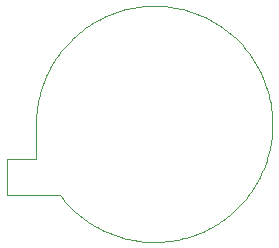
<source format=gbp>
G75*
%MOIN*%
%OFA0B0*%
%FSLAX25Y25*%
%IPPOS*%
%LPD*%
%AMOC8*
5,1,8,0,0,1.08239X$1,22.5*
%
%ADD10C,0.00000*%
D10*
X0005593Y0016998D02*
X0005593Y0028809D01*
X0015436Y0028809D01*
X0015436Y0040620D01*
X0023310Y0016998D02*
X0005593Y0016998D01*
X0023310Y0016998D02*
X0023899Y0016233D01*
X0024506Y0015482D01*
X0025131Y0014747D01*
X0025775Y0014027D01*
X0026435Y0013324D01*
X0027113Y0012636D01*
X0027807Y0011966D01*
X0028518Y0011312D01*
X0029245Y0010677D01*
X0029986Y0010059D01*
X0030743Y0009459D01*
X0031514Y0008879D01*
X0032300Y0008317D01*
X0033098Y0007775D01*
X0033910Y0007253D01*
X0034735Y0006751D01*
X0035571Y0006269D01*
X0036419Y0005807D01*
X0037278Y0005367D01*
X0038148Y0004948D01*
X0039027Y0004550D01*
X0039916Y0004174D01*
X0040814Y0003820D01*
X0041721Y0003488D01*
X0042635Y0003178D01*
X0043557Y0002891D01*
X0044485Y0002627D01*
X0045420Y0002385D01*
X0046360Y0002167D01*
X0047306Y0001971D01*
X0048255Y0001799D01*
X0049209Y0001650D01*
X0050166Y0001524D01*
X0051126Y0001422D01*
X0052088Y0001344D01*
X0053052Y0001289D01*
X0054017Y0001258D01*
X0054982Y0001250D01*
X0055948Y0001267D01*
X0056912Y0001306D01*
X0057875Y0001370D01*
X0058837Y0001457D01*
X0059796Y0001567D01*
X0060752Y0001702D01*
X0061704Y0001859D01*
X0062652Y0002040D01*
X0063596Y0002244D01*
X0064534Y0002471D01*
X0065467Y0002721D01*
X0066393Y0002994D01*
X0067312Y0003289D01*
X0068223Y0003607D01*
X0069127Y0003947D01*
X0070021Y0004309D01*
X0070907Y0004693D01*
X0071783Y0005099D01*
X0072649Y0005525D01*
X0073504Y0005974D01*
X0074348Y0006442D01*
X0075180Y0006932D01*
X0076000Y0007441D01*
X0076807Y0007971D01*
X0077601Y0008520D01*
X0078381Y0009089D01*
X0079147Y0009676D01*
X0079898Y0010282D01*
X0080635Y0010907D01*
X0081355Y0011549D01*
X0082060Y0012209D01*
X0082749Y0012885D01*
X0083420Y0013579D01*
X0084074Y0014288D01*
X0084711Y0015014D01*
X0085330Y0015755D01*
X0085931Y0016511D01*
X0086512Y0017281D01*
X0087075Y0018065D01*
X0087618Y0018863D01*
X0088142Y0019674D01*
X0088645Y0020498D01*
X0089129Y0021334D01*
X0089591Y0022181D01*
X0090033Y0023039D01*
X0090453Y0023908D01*
X0090852Y0024787D01*
X0091230Y0025676D01*
X0091585Y0026574D01*
X0091918Y0027480D01*
X0092229Y0028393D01*
X0092518Y0029315D01*
X0092784Y0030243D01*
X0093027Y0031177D01*
X0093247Y0032117D01*
X0093444Y0033062D01*
X0093617Y0034011D01*
X0093768Y0034965D01*
X0093895Y0035922D01*
X0093998Y0036882D01*
X0094078Y0037844D01*
X0094134Y0038807D01*
X0094167Y0039772D01*
X0094176Y0040738D01*
X0094161Y0041703D01*
X0094123Y0042667D01*
X0094061Y0043631D01*
X0093975Y0044592D01*
X0093866Y0045551D01*
X0093733Y0046508D01*
X0093577Y0047460D01*
X0093398Y0048409D01*
X0093195Y0049353D01*
X0092970Y0050291D01*
X0092721Y0051224D01*
X0092450Y0052150D01*
X0092156Y0053070D01*
X0091839Y0053982D01*
X0091500Y0054886D01*
X0091140Y0055781D01*
X0090757Y0056667D01*
X0090353Y0057544D01*
X0089927Y0058411D01*
X0089480Y0059266D01*
X0089013Y0060111D01*
X0088525Y0060944D01*
X0088016Y0061764D01*
X0087488Y0062572D01*
X0086940Y0063367D01*
X0086372Y0064148D01*
X0085786Y0064915D01*
X0085181Y0065667D01*
X0084558Y0066404D01*
X0083917Y0067126D01*
X0083258Y0067832D01*
X0082582Y0068521D01*
X0081890Y0069194D01*
X0081181Y0069849D01*
X0080457Y0070487D01*
X0079717Y0071107D01*
X0078962Y0071709D01*
X0078192Y0072291D01*
X0077409Y0072855D01*
X0076612Y0073400D01*
X0075801Y0073925D01*
X0074978Y0074429D01*
X0074143Y0074914D01*
X0073297Y0075378D01*
X0072439Y0075820D01*
X0071571Y0076242D01*
X0070692Y0076643D01*
X0069804Y0077021D01*
X0068907Y0077378D01*
X0068002Y0077713D01*
X0067088Y0078025D01*
X0066168Y0078315D01*
X0065240Y0078582D01*
X0064306Y0078827D01*
X0063367Y0079048D01*
X0062422Y0079246D01*
X0061473Y0079421D01*
X0060519Y0079573D01*
X0059562Y0079702D01*
X0058603Y0079806D01*
X0057641Y0079888D01*
X0056677Y0079946D01*
X0055713Y0079980D01*
X0054747Y0079990D01*
X0053782Y0079977D01*
X0052817Y0079940D01*
X0051854Y0079879D01*
X0050892Y0079795D01*
X0049933Y0079687D01*
X0048977Y0079556D01*
X0048024Y0079401D01*
X0047075Y0079223D01*
X0046131Y0079022D01*
X0045192Y0078798D01*
X0044259Y0078551D01*
X0043332Y0078281D01*
X0042412Y0077988D01*
X0041499Y0077673D01*
X0040595Y0077336D01*
X0039699Y0076976D01*
X0038812Y0076595D01*
X0037935Y0076192D01*
X0037068Y0075768D01*
X0036211Y0075322D01*
X0035366Y0074856D01*
X0034533Y0074369D01*
X0033711Y0073862D01*
X0032903Y0073335D01*
X0032107Y0072788D01*
X0031325Y0072221D01*
X0030558Y0071636D01*
X0029804Y0071032D01*
X0029066Y0070410D01*
X0028344Y0069770D01*
X0027637Y0069113D01*
X0026946Y0068438D01*
X0026273Y0067747D01*
X0025616Y0067039D01*
X0024977Y0066315D01*
X0024356Y0065576D01*
X0023754Y0064822D01*
X0023170Y0064053D01*
X0022604Y0063271D01*
X0022059Y0062474D01*
X0021533Y0061665D01*
X0021027Y0060843D01*
X0020541Y0060009D01*
X0020076Y0059163D01*
X0019632Y0058306D01*
X0019209Y0057438D01*
X0018807Y0056560D01*
X0018427Y0055673D01*
X0018069Y0054776D01*
X0017733Y0053871D01*
X0017419Y0052958D01*
X0017128Y0052038D01*
X0016859Y0051111D01*
X0016614Y0050177D01*
X0016391Y0049238D01*
X0016191Y0048294D01*
X0016015Y0047344D01*
X0015861Y0046391D01*
X0015732Y0045435D01*
X0015625Y0044475D01*
X0015542Y0043513D01*
X0015483Y0042550D01*
X0015448Y0041585D01*
X0015436Y0040620D01*
M02*

</source>
